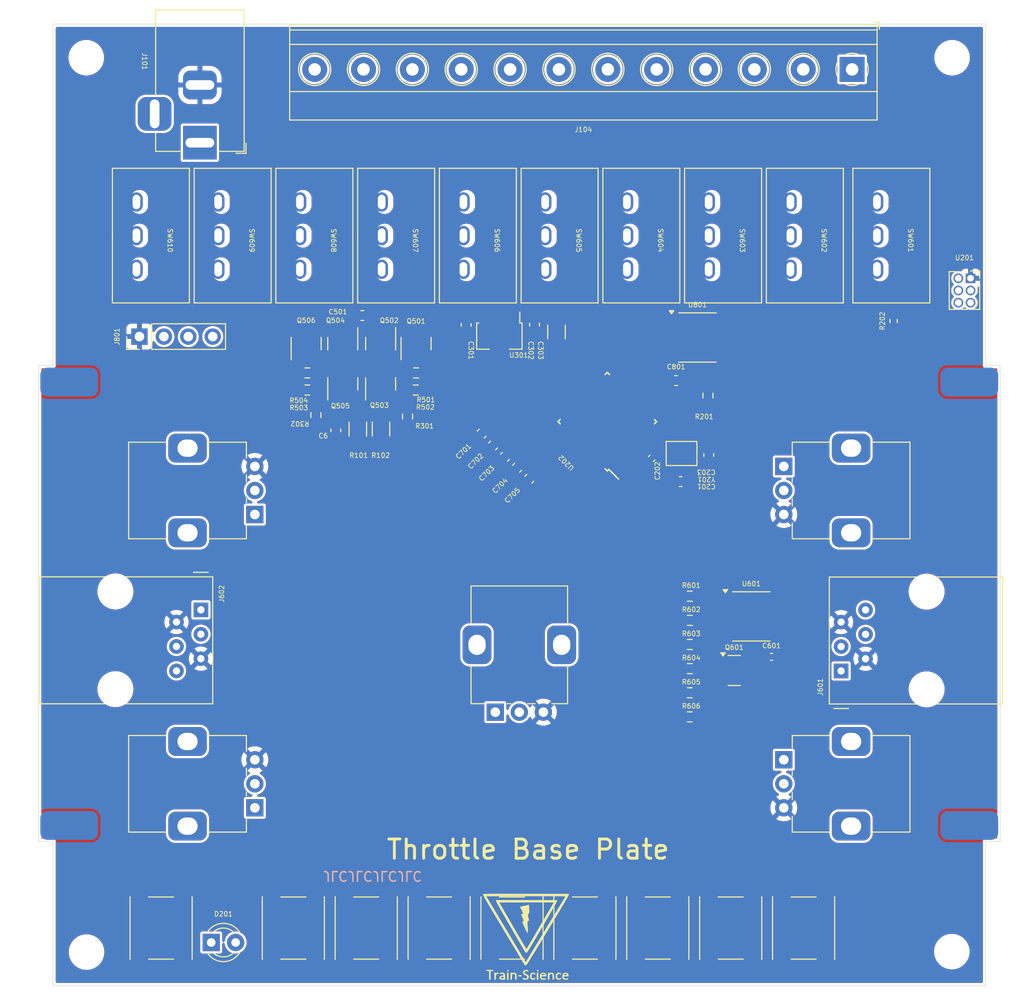
<source format=kicad_pcb>
(kicad_pcb (version 20221018) (generator pcbnew)
  (layers (0 "F.Cu" signal) (31 "B.Cu" signal) (34 "B.Paste" user) (35 "F.Paste" user) (36 "B.SilkS" user "B.Silkscreen") (37 "F.SilkS" user "F.Silkscreen") (38 "B.Mask" user) (39 "F.Mask" user) (44 "Edge.Cuts" user))
  (net 0 "")
  (net 1 "GND")
  (net 2 "+5V")
  (net 3 "Net-(D201-A)")
  (net 5 "Net-(Q501-B)")
  (net 6 "Net-(Q501-C)")
  (net 7 "Net-(Q504-G)")
  (net 8 "Net-(Q506-B)")
  (net 9 "/atmega/X1")
  (net 10 "/atmega/X2")
  (net 11 "+12V")
  (net 12 "/atmega/LED")
  (net 13 "/Potentiometers/POT1")
  (net 14 "/Potentiometers/POT2")
  (net 15 "/H-bridge/CurrentSense")
  (net 16 "/atmega/reset")
  (net 17 "/H-bridge/IN_A")
  (net 18 "/H-bridge/IN_B")
  (net 19 "/atmega/MISO")
  (net 20 "/Potentiometers/POT3")
  (net 21 "/Potentiometers/POT4")
  (net 22 "/Potentiometers/POT5")
  (net 23 "Net-(J104-Pin_1)")
  (net 24 "Net-(J104-Pin_2)")
  (net 25 "Net-(J104-Pin_3)")
  (net 26 "Net-(J104-Pin_4)")
  (net 27 "Net-(J104-Pin_5)")
  (net 28 "Net-(J104-Pin_6)")
  (net 29 "Net-(J104-Pin_7)")
  (net 30 "Net-(J104-Pin_8)")
  (net 31 "Net-(J104-Pin_9)")
  (net 32 "Net-(J104-Pin_10)")
  (net 33 "Net-(J601-Pad1)")
  (net 34 "/trackFront")
  (net 35 "/trackRear")
  (net 36 "Net-(Q601-C)")
  (net 37 "Net-(J601-Pad6)")
  (net 38 "/EEPROM/SDA")
  (net 39 "/EEPROM/SCL")
  (net 40 "Net-(Q601-B)")
  (net 41 "Net-(U601-+)")
  (net 42 "Net-(U601--)")
  (net 43 "/Lnet/Tx")
  (net 44 "/Lnet/Rx")
  (net 55 "/atmega/slot1")
  (net 56 "/atmega/slot2")
  (net 57 "/atmega/slot3")
  (net 58 "/atmega/slot4")
  (net 59 "/atmega/slot5")
  (net 60 "/atmega/slot6")
  (net 61 "/atmega/slot7")
  (net 62 "/atmega/slot8")
  (footprint "Package_SO:SOP-8_3.9x4.9mm_P1.27mm" (layer "F.Cu") (at 162.625 94.595)
    (fp_text reference "U601" (at 0 -3.4 unlocked) (layer "F.SilkS") (effects (font (size 0.5 0.5) (thickness 0.075))))
    (fp_text value "LM311")
    (pad "1" smd roundrect (at -2.625 -1.905) (size 1.65 0.6) (layers "F.Cu" "F.Paste" "F.Mask") (net 1 "GND"))
    (pad "2" smd roundrect (at -2.625 -0.635) (size 1.65 0.6) (layers "F.Cu" "F.Paste" "F.Mask") (net 41 "Net-(U601-+)"))
    (pad "3" smd roundrect (at -2.625 0.635) (size 1.65 0.6) (layers "F.Cu" "F.Paste" "F.Mask") (net 42 "Net-(U601--)"))
    (pad "4" smd roundrect (at -2.625 1.905) (size 1.65 0.6) (layers "F.Cu" "F.Paste" "F.Mask") (net 1 "GND"))
    (pad "5" smd roundrect (at 2.625 1.905) (size 1.65 0.6) (layers "F.Cu" "F.Paste" "F.Mask"))
    (pad "6" smd roundrect (at 2.625 0.635) (size 1.65 0.6) (layers "F.Cu" "F.Paste" "F.Mask"))
    (pad "7" smd roundrect (at 2.625 -0.635) (size 1.65 0.6) (layers "F.Cu" "F.Paste" "F.Mask") (net 44 "/Lnet/Rx"))
    (pad "8" smd roundrect (at 2.625 -1.905) (size 1.65 0.6) (layers "F.Cu" "F.Paste" "F.Mask") (net 2 "+5V"))
  )
  (footprint "custom_kicad_lib_sk:crystal_arduino" (layer "F.Cu") (at 155.369268 77.654324)
    (fp_text reference "Y201" (at 2.574 2.699 180 unlocked) (layer "F.SilkS") (effects (font (size 0.5 0.5) (thickness 0.075))))
    (fp_text value "Crystal_GND2")
    (pad "1" smd roundrect (at -1.1 0.95) (size 1.4 1.2) (layers "F.Cu" "F.Paste" "F.Mask") (net 9 "/atmega/X1"))
    (pad "2" smd roundrect (at 1.1 0.95) (size 1.4 1.2) (layers "F.Cu" "F.Paste" "F.Mask") (net 1 "GND"))
    (pad "3" smd roundrect (at 1.1 -0.95) (size 1.4 1.2) (layers "F.Cu" "F.Paste" "F.Mask") (net 10 "/atmega/X2"))
    (pad "4" smd roundrect (at -1.1 -0.95) (size 1.4 1.2) (layers "F.Cu" "F.Paste" "F.Mask") (net 1 "GND"))
  )
  (footprint "Capacitor_SMD:C_0603_1608Metric" (layer "F.Cu") (at 137 78 -135)
    (fp_text reference "C703" (at 2.564676 0.118087 45 unlocked) (layer "F.SilkS") (effects (font (size 0.5 0.5) (thickness 0.075))))
    (fp_text value "100nF")
    (pad "1" smd roundrect (at -0.775 0 225) (size 0.9 0.95) (layers "F.Cu" "F.Paste" "F.Mask") (net 20 "/Potentiometers/POT3"))
    (pad "2" smd roundrect (at 0.775 0 225) (size 0.9 0.95) (layers "F.Cu" "F.Paste" "F.Mask") (net 1 "GND"))
  )
  (footprint "custom_kicad_lib_sk:Potentiometer_Alps_RK09K_Single_Vertical" (layer "F.Cu") (at 111 114.5 180)
    (fp_text reference "RV704" hide)
    (fp_text value "R_Potentiometer" hide)
    (pad "1" thru_hole rect (at 0 0 180) (size 1.8 1.8) (drill 1) (layers "*.Cu" "*.Mask") (net 2 "+5V"))
    (pad "2" thru_hole circle (at 0 2.5 180) (size 1.8 1.8) (drill 1) (layers "*.Cu" "*.Mask") (net 21 "/Potentiometers/POT4"))
    (pad "3" thru_hole circle (at 0 5 180) (size 1.8 1.8) (drill 1) (layers "*.Cu" "*.Mask") (net 1 "GND"))
    (pad "MP" thru_hole roundrect (at 7 -1.9 180) (size 4 3) (drill oval 2.1 1.8) (layers "*.Cu" "*.Mask"))
    (pad "MP" thru_hole roundrect (at 7 6.9 180) (size 4 3) (drill oval 2.1 1.8) (layers "*.Cu" "*.Mask"))
  )
  (footprint "custom_kicad_lib_sk:MTS_long_lever" (layer "F.Cu") (at 178.688 55.5 -90)
    (fp_text reference "SW601" (at 0 -0.5 -90 unlocked) (layer "F.SilkS") (effects (font (size 0.5 0.5) (thickness 0.075))))
    (fp_text value "SW_SPDT")
    (pad "1" thru_hole oval (at -4 3 270) (size 2 1.3) (drill oval 1.5 0.8) (layers "*.Cu" "*.Mask") (net 23 "Net-(J104-Pin_1)"))
    (pad "2" thru_hole oval (at -0.5 3 270) (size 2 1.3) (drill oval 1.5 0.8) (layers "*.Cu" "*.Mask") (net 34 "/trackFront"))
    (pad "3" thru_hole oval (at 3 3 270) (size 2 1.3) (drill oval 1.5 0.8) (layers "*.Cu" "*.Mask"))
  )
  (footprint "Capacitor_SMD:C_0603_1608Metric" (layer "F.Cu") (at 154.805 70.075)
    (fp_text reference "C801" (at 0 -1.43 unlocked) (layer "F.SilkS") (effects (font (size 0.5 0.5) (thickness 0.075))))
    (fp_text value "100nF")
    (pad "1" smd roundrect (at -0.775 0) (size 0.9 0.95) (layers "F.Cu" "F.Paste" "F.Mask") (net 1 "GND"))
    (pad "2" smd roundrect (at 0.775 0) (size 0.9 0.95) (layers "F.Cu" "F.Paste" "F.Mask") (net 2 "+5V"))
  )
  (footprint "Capacitor_SMD:C_0603_1608Metric" (layer "F.Cu") (at 119.42 75.2465 -90)
    (fp_text reference "C6" (at 0.5725 1.31 unlocked) (layer "F.SilkS") (effects (font (size 0.5 0.5) (thickness 0.075))))
    (fp_text value "100nF")
    (pad "1" smd roundrect (at -0.775 0 270) (size 0.9 0.95) (layers "F.Cu" "F.Paste" "F.Mask") (net 15 "/H-bridge/CurrentSense"))
    (pad "2" smd roundrect (at 0.775 0 270) (size 0.9 0.95) (layers "F.Cu" "F.Paste" "F.Mask") (net 1 "GND"))
  )
  (footprint "Package_QFP:TQFP-32_7x7mm_P0.8mm" (layer "F.Cu") (at 147.646268 74.343324 135)
    (fp_text reference "U202" (at 0 -6.05 135 unlocked) (layer "F.SilkS") (effects (font (size 0.5 0.5) (thickness 0.075))))
    (fp_text value "ATmega328-A")
    (pad "1" smd rect (at -4.25 -2.8 135) (size 1.6 0.55) (layers "F.Cu" "F.Paste" "F.Mask") (net 58 "/atmega/slot4"))
    (pad "2" smd rect (at -4.25 -2 135) (size 1.6 0.55) (layers "F.Cu" "F.Paste" "F.Mask") (net 59 "/atmega/slot5"))
    (pad "3" smd rect (at -4.25 -1.2 135) (size 1.6 0.55) (layers "F.Cu" "F.Paste" "F.Mask") (net 1 "GND"))
    (pad "4" smd rect (at -4.25 -0.4 135) (size 1.6 0.55) (layers "F.Cu" "F.Paste" "F.Mask") (net 2 "+5V"))
    (pad "5" smd rect (at -4.25 0.4 135) (size 1.6 0.55) (layers "F.Cu" "F.Paste" "F.Mask") (net 1 "GND"))
    (pad "6" smd rect (at -4.25 1.2 135) (size 1.6 0.55) (layers "F.Cu" "F.Paste" "F.Mask") (net 2 "+5V"))
    (pad "7" smd rect (at -4.25 2 135) (size 1.6 0.55) (layers "F.Cu" "F.Paste" "F.Mask") (net 9 "/atmega/X1"))
    (pad "8" smd rect (at -4.25 2.8 135) (size 1.6 0.55) (layers "F.Cu" "F.Paste" "F.Mask") (net 10 "/atmega/X2"))
    (pad "9" smd rect (at -2.8 4.25 225) (size 1.6 0.55) (layers "F.Cu" "F.Paste" "F.Mask") (net 60 "/atmega/slot6"))
    (pad "10" smd rect (at -2 4.25 225) (size 1.6 0.55) (layers "F.Cu" "F.Paste" "F.Mask") (net 17 "/H-bridge/IN_A"))
    (pad "11" smd rect (at -1.2 4.25 225) (size 1.6 0.55) (layers "F.Cu" "F.Paste" "F.Mask") (net 18 "/H-bridge/IN_B"))
    (pad "12" smd rect (at -0.4 4.25 225) (size 1.6 0.55) (layers "F.Cu" "F.Paste" "F.Mask") (net 44 "/Lnet/Rx"))
    (pad "13" smd rect (at 0.4 4.25 225) (size 1.6 0.55) (layers "F.Cu" "F.Paste" "F.Mask") (net 43 "/Lnet/Tx"))
    (pad "14" smd rect (at 1.2 4.25 225) (size 1.6 0.55) (layers "F.Cu" "F.Paste" "F.Mask") (net 61 "/atmega/slot7"))
    (pad "15" smd rect (at 2 4.25 225) (size 1.6 0.55) (layers "F.Cu" "F.Paste" "F.Mask") (net 62 "/atmega/slot8"))
    (pad "16" smd rect (at 2.8 4.25 225) (size 1.6 0.55) (layers "F.Cu" "F.Paste" "F.Mask") (net 19 "/atmega/MISO"))
    (pad "17" smd rect (at 4.25 2.8 135) (size 1.6 0.55) (layers "F.Cu" "F.Paste" "F.Mask") (net 12 "/atmega/LED"))
    (pad "18" smd rect (at 4.25 2 135) (size 1.6 0.55) (layers "F.Cu" "F.Paste" "F.Mask") (net 2 "+5V"))
    (pad "19" smd rect (at 4.25 1.2 135) (size 1.6 0.55) (layers "F.Cu" "F.Paste" "F.Mask") (net 22 "/Potentiometers/POT5"))
    (pad "20" smd rect (at 4.25 0.4 135) (size 1.6 0.55) (layers "F.Cu" "F.Paste" "F.Mask"))
    (pad "21" smd rect (at 4.25 -0.4 135) (size 1.6 0.55) (layers "F.Cu" "F.Paste" "F.Mask") (net 1 "GND"))
    (pad "22" smd rect (at 4.25 -1.2 135) (size 1.6 0.55) (layers "F.Cu" "F.Paste" "F.Mask") (net 15 "/H-bridge/CurrentSense"))
    (pad "23" smd rect (at 4.25 -2 135) (size 1.6 0.55) (layers "F.Cu" "F.Paste" "F.Mask") (net 13 "/Potentiometers/POT1"))
    (pad "24" smd rect (at 4.25 -2.8 135) (size 1.6 0.55) (layers "F.Cu" "F.Paste" "F.Mask") (net 14 "/Potentiometers/POT2"))
    (pad "25" smd rect (at 2.8 -4.25 225) (size 1.6 0.55) (layers "F.Cu" "F.Paste" "F.Mask") (net 20 "/Potentiometers/POT3"))
    (pad "26" smd rect (at 2 -4.25 225) (size 1.6 0.55) (layers "F.Cu" "F.Paste" "F.Mask") (net 21 "/Potentiometers/POT4"))
    (pad "27" smd rect (at 1.2 -4.25 225) (size 1.6 0.55) (layers "F.Cu" "F.Paste" "F.Mask") (net 38 "/EEPROM/SDA"))
    (pad "28" smd rect (at 0.4 -4.25 225) (size 1.6 0.55) (layers "F.Cu" "F.Paste" "F.Mask") (net 39 "/EEPROM/SCL"))
    (pad "29" smd rect (at -0.4 -4.25 225) (size 1.6 0.55) (layers "F.Cu" "F.Paste" "F.Mask") (net 16 "/atmega/reset"))
    (pad "30" smd rect (at -1.2 -4.25 225) (size 1.6 0.55) (layers "F.Cu" "F.Paste" "F.Mask") (net 55 "/atmega/slot1"))
    (pad "31" smd rect (at -2 -4.25 225) (size 1.6 0.55) (layers "F.Cu" "F.Paste" "F.Mask") (net 56 "/atmega/slot2"))
    (pad "32" smd rect (at -2.8 -4.25 225) (size 1.6 0.55) (layers "F.Cu" "F.Paste" "F.Mask") (net 57 "/atmega/slot3"))
  )
  (footprint "custom_kicad_lib_sk:R_0603_smalltext" (layer "F.Cu") (at 156.225 100.025)
    (fp_text reference "R604" (at 0.15 -1.125 unlocked) (layer "F.SilkS") (effects (font (size 0.5 0.5) (thickness 0.075))))
    (fp_text value "22k")
    (pad "1" smd roundrect (at -0.9125 0) (size 0.975 0.95) (layers "F.Cu" "F.Paste" "F.Mask") (net 1 "GND"))
    (pad "2" smd roundrect (at 0.9125 0) (size 0.975 0.95) (layers "F.Cu" "F.Paste" "F.Mask") (net 42 "Net-(U601--)"))
  )
  (footprint "Capacitor_SMD:C_0603_1608Metric" (layer "F.Cu") (at 134.587 75.587 45)
    (fp_text reference "C701" (at -2.654479 -0.028284 45 unlocked) (layer "F.SilkS") (effects (font (size 0.5 0.5) (thickness 0.075))))
    (fp_text value "100nF")
    (pad "1" smd roundrect (at -0.775 0 45) (size 0.9 0.95) (layers "F.Cu" "F.Paste" "F.Mask") (net 1 "GND"))
    (pad "2" smd roundrect (at 0.775 0 45) (size 0.9 0.95) (layers "F.Cu" "F.Paste" "F.Mask") (net 13 "/Potentiometers/POT1"))
  )
  (footprint "custom_kicad_lib_sk:tactile_SMD_6mm" (layer "F.Cu") (at 137.74 127 90)
    (fp_text reference "SW1004" hide)
    (fp_text value "SW_Push")
    (pad "1" smd rect (at -3.975 -2.25 90) (size 1.55 1.3) (layers "F.Cu" "F.Paste" "F.Mask") (net 1 "GND"))
    (pad "1" smd rect (at 3.975 -2.25 90) (size 1.55 1.3) (layers "F.Cu" "F.Paste" "F.Mask") (net 1 "GND"))
    (pad "2" smd rect (at -3.975 2.25 90) (size 1.55 1.3) (layers "F.Cu" "F.Paste" "F.Mask") (net 58 "/atmega/slot4"))
    (pad "2" smd rect (at 3.975 2.25 90) (size 1.55 1.3) (layers "F.Cu" "F.Paste" "F.Mask") (net 58 "/atmega/slot4"))
  )
  (footprint "custom_kicad_lib_sk:R_0603_smalltext" (layer "F.Cu") (at 156.225 95.005)
    (fp_text reference "R602" (at 0.15 -1.125 unlocked) (layer "F.SilkS") (effects (font (size 0.5 0.5) (thickness 0.075))))
    (fp_text value "150k")
    (pad "1" smd roundrect (at -0.9125 0) (size 0.975 0.95) (layers "F.Cu" "F.Paste" "F.Mask") (net 41 "Net-(U601-+)"))
    (pad "2" smd roundrect (at 0.9125 0) (size 0.975 0.95) (layers "F.Cu" "F.Paste" "F.Mask") (net 1 "GND"))
  )
  (footprint "custom_kicad_lib_sk:R_0603_smalltext" (layer "F.Cu") (at 156.225 105.045)
    (fp_text reference "R606" (at 0.15 -1.125 unlocked) (layer "F.SilkS") (effects (font (size 0.5 0.5) (thickness 0.075))))
    (fp_text value "220k")
    (pad "1" smd roundrect (at -0.9125 0) (size 0.975 0.95) (layers "F.Cu" "F.Paste" "F.Mask") (net 41 "Net-(U601-+)"))
    (pad "2" smd roundrect (at 0.9125 0) (size 0.975 0.95) (layers "F.Cu" "F.Paste" "F.Mask") (net 44 "/Lnet/Rx"))
  )
  (footprint "TerminalBlock_Phoenix:TerminalBlock_Phoenix_MKDS-1,5-12-5.08_1x12_P5.08mm_Horizontal" (layer "F.Cu") (at 173.101 37.719 180)
    (fp_text reference "J104" (at 27.94 -6.26 unlocked) (layer "F.SilkS") (effects (font (size 0.5 0.5) (thickness 0.075))))
    (fp_text value "Screw_Terminal_01x12")
    (pad "1" thru_hole rect (at 0 0 180) (size 2.6 2.6) (drill 1.3) (layers "*.Cu" "*.Mask") (net 23 "Net-(J104-Pin_1)"))
    (pad "2" thru_hole circle (at 5.08 0 180) (size 2.6 2.6) (drill 1.3) (layers "*.Cu" "*.Mask") (net 24 "Net-(J104-Pin_2)"))
    (pad "3" thru_hole circle (at 10.16 0 180) (size 2.6 2.6) (drill 1.3) (layers "*.Cu" "*.Mask") (net 25 "Net-(J104-Pin_3)"))
    (pad "4" thru_hole circle (at 15.24 0 180) (size 2.6 2.6) (drill 1.3) (layers "*.Cu" "*.Mask") (net 26 "Net-(J104-Pin_4)"))
    (pad "5" thru_hole circle (at 20.32 0 180) (size 2.6 2.6) (drill 1.3) (layers "*.Cu" "*.Mask") (net 27 "Net-(J104-Pin_5)"))
    (pad "6" thru_hole circle (at 25.4 0 180) (size 2.6 2.6) (drill 1.3) (layers "*.Cu" "*.Mask") (net 28 "Net-(J104-Pin_6)"))
    (pad "7" thru_hole circle (at 30.48 0 180) (size 2.6 2.6) (drill 1.3) (layers "*.Cu" "*.Mask") (net 29 "Net-(J104-Pin_7)"))
    (pad "8" thru_hole circle (at 35.56 0 180) (size 2.6 2.6) (drill 1.3) (layers "*.Cu" "*.Mask") (net 30 "Net-(J104-Pin_8)"))
    (pad "9" thru_hole circle (at 40.64 0 180) (size 2.6 2.6) (drill 1.3) (layers "*.Cu" "*.Mask") (net 31 "Net-(J104-Pin_9)"))
    (pad "10" thru_hole circle (at 45.72 0 180) (size 2.6 2.6) (drill 1.3) (layers "*.Cu" "*.Mask") (net 32 "Net-(J104-Pin_10)"))
    (pad "11" thru_hole circle (at 50.8 0 180) (size 2.6 2.6) (drill 1.3) (layers "*.Cu" "*.Mask") (net 34 "/trackFront"))
    (pad "12" thru_hole circle (at 55.88 0 180) (size 2.6 2.6) (drill 1.3) (layers "*.Cu" "*.Mask") (net 35 "/trackRear"))
  )
  (footprint "custom_kicad_lib_sk:tactile_SMD_6mm" (layer "F.Cu") (at 145.32 127 90)
    (fp_text reference "SW1005" hide)
    (fp_text value "SW_Push")
    (pad "1" smd rect (at -3.975 -2.25 90) (size 1.55 1.3) (layers "F.Cu" "F.Paste" "F.Mask") (net 1 "GND"))
    (pad "1" smd rect (at 3.975 -2.25 90) (size 1.55 1.3) (layers "F.Cu" "F.Paste" "F.Mask") (net 1 "GND"))
    (pad "2" smd rect (at -3.975 2.25 90) (size 1.55 1.3) (layers "F.Cu" "F.Paste" "F.Mask") (net 59 "/atmega/slot5"))
    (pad "2" smd rect (at 3.975 2.25 90) (size 1.55 1.3) (layers "F.Cu" "F.Paste" "F.Mask") (net 59 "/atmega/slot5"))
  )
  (footprint "custom_kicad_lib_sk:Potentiometer_Alps_RK09K_Single_Vertical" (layer "F.Cu") (at 136 104.55 90)
    (fp_text reference "RV701" hide)
    (fp_text value "R_Potentiometer" hide)
    (pad "1" thru_hole rect (at 0 0 90) (size 1.8 1.8) (drill 1) (layers "*.Cu" "*.Mask") (net 2 "+5V"))
    (pad "2" thru_hole circle (at 0 2.5 90) (size 1.8 1.8) (drill 1) (layers "*.Cu" "*.Mask") (net 13 "/Potentiometers/POT1"))
    (pad "3" thru_hole circle (at 0 5 90) (size 1.8 1.8) (drill 1) (layers "*.Cu" "*.Mask") (net 1 "GND"))
    (pad "MP" thru_hole roundrect (at 7 -1.9 90) (size 4 3) (drill oval 2.1 1.8) (layers "*.Cu" "*.Mask"))
    (pad "MP" thru_hole roundrect (at 7 6.9 90) (size 4 3) (drill oval 2.1 1.8) (layers "*.Cu" "*.Mask"))
  )
  (footprint "custom_kicad_lib_sk:tactile_SMD_6mm" (layer "F.Cu") (at 115 127 90)
    (fp_text reference "SW1001" hide)
    (fp_text value "SW_Push")
    (pad "1" smd rect (at -3.975 -2.25 90) (size 1.55 1.3) (layers "F.Cu" "F.Paste" "F.Mask") (net 1 "GND"))
    (pad "1" smd rect (at 3.975 -2.25 90) (size 1.55 1.3) (layers "F.Cu" "F.Paste" "F.Mask") (net 1 "GND"))
    (pad "2" smd rect (at -3.975 2.25 90) (size 1.55 1.3) (layers "F.Cu" "F.Paste" "F.Mask") (net 55 "/atmega/slot1"))
    (pad "2" smd rect (at 3.975 2.25 90) (size 1.55 1.3) (layers "F.Cu" "F.Paste" "F.Mask") (net 55 "/atmega/slot1"))
  )
  (footprint "custom_kicad_lib_sk:MTS_long_lever" (layer "F.Cu") (at 144.188 55.5 -90)
    (fp_text reference "SW605" (at 0 -0.5 -90 unlocked) (layer "F.SilkS") (effects (font (size 0.5 0.5) (thickness 0.075))))
    (fp_text value "SW_SPDT")
    (pad "1" thru_hole oval (at -4 3 270) (size 2 1.3) (drill oval 1.5 0.8) (layers "*.Cu" "*.Mask") (net 27 "Net-(J104-Pin_5)"))
    (pad "2" thru_hole oval (at -0.5 3 270) (size 2 1.3) (drill oval 1.5 0.8) (layers "*.Cu" "*.Mask") (net 34 "/trackFront"))
    (pad "3" thru_hole oval (at 3 3 270) (size 2 1.3) (drill oval 1.5 0.8) (layers "*.Cu" "*.Mask"))
  )
  (footprint "custom_kicad_lib_sk:R_0603_smalltext" (layer "F.Cu") (at 116.459 71.0565)
    (fp_text reference "R503" (at -0.889 1.8415 unlocked) (layer "F.SilkS") (effects (font (size 0.5 0.5) (thickness 0.075))))
    (fp_text value "10k")
    (pad "1" smd roundrect (at -0.9125 0) (size 0.975 0.95) (layers "F.Cu" "F.Paste" "F.Mask") (net 11 "+12V"))
    (pad "2" smd roundrect (at 0.9125 0) (size 0.975 0.95) (layers "F.Cu" "F.Paste" "F.Mask") (net 7 "Net-(Q504-G)"))
  )
  (footprint "Package_TO_SOT_SMD:SOT-89-3" (layer "F.Cu") (at 136.422 65.45 -90)
    (fp_text reference "U301" (at 1.987 -2.008 unlocked) (layer "F.SilkS") (effects (font (size 0.5 0.5) (thickness 0.075))))
    (fp_text value "L78L05_SOT89")
    (pad "1" smd rect (at -1.95 -1.5 270) (size 1.3 0.9) (layers "F.Cu" "F.Paste" "F.Mask") (net 2 "+5V"))
    (pad "2" smd custom (at -1.8625 0 270) (size 1.475 0.9) (layers "F.Cu" "F.Paste" "F.Mask") (net 1 "GND") (options (clearance outline) (anchor rect)) (primitives (gr_poly (pts (xy 3.8625 0.8665) (xy 0.7375 0.8665) (xy 0.7375 -0.8665) (xy 3.8625 -0.8665)) (width 0) (fill yes))))
    (pad "3" smd rect (at -1.95 1.5 270) (size 1.3 0.9) (layers "F.Cu" "F.Paste" "F.Mask") (net 11 "+12V"))
  )
  (footprint "custom_kicad_lib_sk:R_0603_smalltext" (layer "F.Cu") (at 127.762 69.2785 180)
    (fp_text reference "R501" (at -1.016 -2.794 unlocked) (layer "F.SilkS") (effects (font (size 0.5 0.5) (thickness 0.075))))
    (fp_text value "1k")
    (pad "1" smd roundrect (at -0.9125 0 180) (size 0.975 0.95) (layers "F.Cu" "F.Paste" "F.Mask") (net 17 "/H-bridge/IN_A"))
    (pad "2" smd roundrect (at 0.9125 0 180) (size 0.975 0.95) (layers "F.Cu" "F.Paste" "F.Mask") (net 5 "Net-(Q501-B)"))
  )
  (footprint "custom_kicad_lib_sk:R_0603_smalltext" (layer "F.Cu") (at 156.225 92.495)
    (fp_text reference "R601" (at 0.15 -1.125 unlocked) (layer "F.SilkS") (effects (font (size 0.5 0.5) (thickness 0.075))))
    (fp_text value "47k")
    (pad "1" smd roundrect (at -0.9125 0) (size 0.975 0.95) (layers "F.Cu" "F.Paste" "F.Mask") (net 36 "Net-(Q601-C)"))
    (pad "2" smd roundrect (at 0.9125 0) (size 0.975 0.95) (layers "F.Cu" "F.Paste" "F.Mask") (net 41 "Net-(U601-+)"))
  )
  (footprint "Capacitor_SMD:C_0603_1608Metric_Pad1.08x0.95mm_HandSolder" (layer "F.Cu") (at 140.081 64.262 -90)
    (fp_text reference "C302" (at 2.667 0.381 -90 unlocked) (layer "F.SilkS") (effects (font (size 0.5 0.5) (thickness 0.075))))
    (fp_text value "100nF")
    (pad "1" smd roundrect (at -0.8625 0 270) (size 1.075 0.95) (layers "F.Cu" "F.Paste" "F.Mask") (net 2 "+5V"))
    (pad "2" smd roundrect (at 0.8625 0 270) (size 1.075 0.95) (layers "F.Cu" "F.Paste" "F.Mask") (net 1 "GND"))
  )
  (footprint "Capacitor_SMD:C_0603_1608Metric" (layer "F.Cu") (at 139.54 80.286 -135)
    (fp_text reference "C705" (at 2.474874 0.028284 45 unlocked) (layer "F.SilkS") (effects (font (size 0.5 0.5) (thickness 0.075))))
    (fp_text value "100nF")
    (pad "1" smd roundrect (at -0.775 0 225) (size 0.9 0.95) (layers "F.Cu" "F.Paste" "F.Mask") (net 22 "/Potentiometers/POT5"))
    (pad "2" smd roundrect (at 0.775 0 225) (size 0.9 0.95) (layers "F.Cu" "F.Paste" "F.Mask") (net 1 "GND"))
  )
  (footprint "custom_kicad_lib_sk:Potentiometer_Alps_RK09K_Single_Vertical" (layer "F.Cu") (at 111 84 180)
    (fp_text reference "RV702" hide)
    (fp_text value "R_Potentiometer" hide)
    (pad "1" thru_hole rect (at 0 0 180) (size 1.8 1.8) (drill 1) (layers "*.Cu" "*.Mask") (net 2 "+5V"))
    (pad "2" thru_hole circle (at 0 2.5 180) (size 1.8 1.8) (drill 1) (layers "*.Cu" "*.Mask") (net 14 "/Potentiometers/POT2"))
    (pad "3" thru_hole circle (at 0 5 180) (size 1.8 1.8) (drill 1) (layers "*.Cu" "*.Mask") (net 1 "GND"))
    (pad "MP" thru_hole roundrect (at 7 -1.9 180) (size 4 3) (drill oval 2.1 1.8) (layers "*.Cu" "*.Mask"))
    (pad "MP" thru_hole roundrect (at 7 6.9 180) (size 4 3) (drill oval 2.1 1.8) (layers "*.Cu" "*.Mask"))
  )
  (footprint "custom_kicad_lib_sk:MTS_long_lever" (layer "F.Cu") (at 110.188 55.5 -90)
    (fp_text reference "SW609" (at 0 -0.5 -90 unlocked) (layer "F.SilkS") (effects (font (size 0.5 0.5) (thickness 0.075))))
    (fp_text value "SW_SPDT")
    (pad "1" thru_hole oval (at -4 3 270) (size 2 1.3) (drill oval 1.5 0.8) (layers "*.Cu" "*.Mask") (net 31 "Net-(J104-Pin_9)"))
    (pad "2" thru_hole oval (at -0.5 3 270) (size 2 1.3) (drill oval 1.5 0.8) (layers "*.Cu" "*.Mask") (net 34 "/trackFront"))
    (pad "3" thru_hole oval (at 3 3 270) (size 2 1.3) (drill oval 1.5 0.8) (layers "*.Cu" "*.Mask"))
  )
  (footprint "Package_TO_SOT_SMD:SOT-23" (layer "F.Cu") (at 120.142 70.4165 90)
    (fp_text reference "Q505" (at -2.291 -0.254 unlocked) (layer "F.SilkS") (effects (font (size 0.5 0.5) (thickness 0.075))))
    (fp_text value "N-channel")
    (pad "1" smd roundrect (at -0.9375 -0.95 90) (size 1.475 0.6) (layers "F.Cu" "F.Paste" "F.Mask") (net 7 "Net-(Q504-G)"))
    (pad "2" smd roundrect (at -0.9375 0.95 90) (size 1.475 0.6) (layers "F.Cu" "F.Paste" "F.Mask") (net 15 "/H-bridge/CurrentSense"))
    (pad "3" smd roundrect (at 0.9375 0 90) (size 1.475 0.6) (layers "F.Cu" "F.Paste" "F.Mask") (net 35 "/trackRear"))
  )
  (footprint "custom_kicad_lib_sk:tactile_SMD_6mm" (layer "F.Cu") (at 130.16 127 90)
    (fp_text reference "SW1003" hide)
    (fp_text value "SW_Push")
    (pad "1" smd rect (at -3.975 -2.25 90) (size 1.55 1.3) (layers "F.Cu" "F.Paste" "F.Mask") (net 1 "GND"))
    (pad "1" smd rect (at 3.975 -2.25 90) (size 1.55 1.3) (layers "F.Cu" "F.Paste" "F.Mask") (net 1 "GND"))
    (pad "2" smd rect (at -3.975 2.25 90) (size 1.55 1.3) (layers "F.Cu" "F.Paste" "F.Mask") (net 57 "/atmega/slot3"))
    (pad "2" smd rect (at 3.975 2.25 90) (size 1.55 1.3) (layers "F.Cu" "F.Paste" "F.Mask") (net 57 "/atmega/slot3"))
  )
  (footprint "" (layer "F.Cu") (at 91.694 70.231)
    (fp_text reference "" (at 0 0 unlocked) (layer "F.SilkS") (effects (font (size 0.5 0.5) (thickness 0.075))))
    (fp_text value "" (at 0 0 unlocked) (layer "F.SilkS") (effects (font (size 0.5 0.5) (thickness 0.075))))
    (pad "1" smd roundrect (at 0 0 180) (size 6 3) (layers "B.Cu" "B.Paste" "B.Mask"))
  )
  (footprint "LED_THT:LED_D3.0mm" (layer "F.Cu") (at 106.46 128.5)
    (fp_text reference "D201" (at 1.27 -2.96 unlocked) (layer "F.SilkS") (effects (font (size 0.5 0.5) (thickness 0.075))))
    (fp_text value "LED")
    (pad "1" thru_hole rect (at 0 0) (size 1.8 1.8) (drill 0.9) (layers "*.Cu" "*.Mask") (net 12 "/atmega/LED"))
    (pad "2" thru_hole circle (at 2.54 0) (size 1.8 1.8) (drill 0.9) (layers "*.Cu" "*.Mask") (net 3 "Net-(D201-A)"))
  )
  (footprint "Package_TO_SOT_SMD:SOT-23" (layer "F.Cu") (at 116.332 66.2305 90)
    (fp_text reference "Q506" (at 2.413 0 unlocked) (layer "F.SilkS") (effects (font (size 0.5 0.5) (thickness 0.075))))
    (fp_text value "NPN_TOR")
    (pad "1" smd roundrect (at -0.9375 -0.95 90) (size 1.475 0.6) (layers "F.Cu" "F.Paste" "F.Mask") (net 8 "Net-(Q506-B)"))
    (pad "2" smd roundrect (at -0.9375 0.95 90) (size 1.475 0.6) (layers "F.Cu" "F.Paste" "F.Mask") (net 1 "GND"))
    (pad "3" smd roundrect (at 0.9375 0 90) (size 1.475 0.6) (layers "F.Cu" "F.Paste" "F.Mask") (net 7 "Net-(Q504-G)"))
  )
  (footprint "custom_kicad_lib_sk:Potentiometer_Alps_RK09K_Single_Vertical" (layer "F.Cu") (at 166 109.5)
    (fp_text reference "RV705" hide)
    (fp_text value "R_Potentiometer" hide)
    (pad "1" thru_hole rect (at 0 0) (size 1.8 1.8) (drill 1) (layers "*.Cu" "*.Mask") (net 2 "+5V"))
    (pad "2" thru_hole circle (at 0 2.5) (size 1.8 1.8) (drill 1) (layers "*.Cu" "*.Mask") (net 22 "/Potentiometers/POT5"))
    (pad "3" thru_hole circle (at 0 5) (size 1.8 1.8) (drill 1) (layers "*.Cu" "*.Mask") (net 1 "GND"))
    (pad "MP" thru_hole roundrect (at 7 -1.9) (size 4 3) (drill oval 2.1 1.8) (layers "*.Cu" "*.Mask"))
    (pad "MP" thru_hole roundrect (at 7 6.9) (size 4 3) (drill oval 2.1 1.8) (layers "*.Cu" "*.Mask"))
  )
  (footprint "custom_kicad_lib_sk:R_0603_smalltext" (layer "F.Cu") (at 156.225 97.515)
    (fp_text reference "R603" (at 0.15 -1.125 unlocked) (layer "F.SilkS") (effects (font (size 0.5 0.5) (thickness 0.075))))
    (fp_text value "10k")
    (pad "1" smd roundrect (at -0.9125 0) (size 0.975 0.95) (layers "F.Cu" "F.Paste" "F.Mask") (net 2 "+5V"))
    (pad "2" smd roundrect (at 0.9125 0) (size 0.975 0.95) (layers "F.Cu" "F.Paste" "F.Mask") (net 42 "Net-(U601--)"))
  )
  (footprint "Capacitor_SMD:C_0603_1608Metric" (layer "F.Cu") (at 155.276268 80.575324 180)
    (fp_text reference "C201" (at -2.667 -0.508 180 unlocked) (layer "F.SilkS") (effects (font (size 0.5 0.5) (thickness 0.075))))
    (fp_text value "12pF")
    (pad "1" smd roundrect (at -0.775 0 180) (size 0.9 0.95) (layers "F.Cu" "F.Paste" "F.Mask") (net 1 "GND"))
    (pad "2" smd roundrect (at 0.775 0 180) (size 0.9 0.95) (layers "F.Cu" "F.Paste" "F.Mask") (net 9 "/atmega/X1"))
  )
  (footprint "custom_kicad_lib_sk:tactile_SMD_6mm" (layer "F.Cu") (at 160.48 127 90)
    (fp_text reference "SW1007" hide)
    (fp_text value "SW_Push")
    (pad "1" smd rect (at -3.975 -2.25 90) (size 1.55 1.3) (layers "F.Cu" "F.Paste" "F.Mask") (net 1 "GND"))
    (pad "1" smd rect (at 3.975 -2.25 90) (size 1.55 1.3) (layers "F.Cu" "F.Paste" "F.Mask") (net 1 "GND"))
    (pad "2" smd rect (at -3.975 2.25 90) (size 1.55 1.3) (layers "F.Cu" "F.Paste" "F.Mask") (net 61 "/atmega/slot7"))
    (pad "2" smd rect (at 3.975 2.25 90) (size 1.55 1.3) (layers "F.Cu" "F.Paste" "F.Mask") (net 61 "/atmega/slot7"))
  )
  (footprint "Package_TO_SOT_SMD:SOT-23" (layer "F.Cu") (at 127.762 66.2305 90)
    (fp_text reference "Q501" (at 2.3345 0 unlocked) (layer "F.SilkS") (effects (font (size 0.5 0.5) (thickness 0.075))))
    (fp_text value "NPN_TOR")
    (pad "1" smd roundrect (at -0.9375 -0.95 90) (size 1.475 0.6) (layers "F.Cu" "F.Paste" "F.Mask") (net 5 "Net-(Q501-B)"))
    (pad "2" smd roundrect (at -0.9375 0.95 90) (size 1.475 0.6) (layers "F.Cu" "F.Paste" "F.Mask") (net 1 "GND"))
    (pad "3" smd roundrect (at 0.9375 0 90) (size 1.475 0.6) (layers "F.Cu" "F.Paste" "F.Mask") (net 6 "Net-(Q501-C)"))
  )
  (footprint "custom_kicad_lib_sk:MTS_long_lever" (layer "F.Cu") (at 118.688 55.5 -90)
    (fp_text reference "SW608" (at 0 -0.5 -90 unlocked) (layer "F.SilkS") (effects (font (size 0.5 0.5) (thickness 0.075))))
    (fp_text value "SW_SPDT")
    (pad "1" thru_hole oval (at -4 3 270) (size 2 1.3) (drill oval 1.5 0.8) (layers "*.Cu" "*.Mask") (net 30 "Net-(J104-Pin_8)"))
    (pad "2" thru_hole oval (at -0.5 3 270) (size 2 1.3) (drill oval 1.5 0.8) (layers "*.Cu" "*.Mask") (net 34 "/trackFront"))
    (pad "3" thru_hole oval (at 3 3 270) (size 2 1.3) (drill oval 1.5 0.8) (layers "*.Cu" "*.Mask"))
  )
  (footprint "Capacitor_SMD:C_0402_1005Metric" (layer "F.Cu") (at 152.269857 78.152735 -135)
    (fp_text reference "C202" (at 0.507829 -1.347038 -270 unlocked) (layer "F.SilkS") (effects (font (size 0.5 0.5) (thickness 0.075))))
    (fp_text value "100nF")
    (pad "1" smd roundrect (at -0.48 0 225) (size 0.56 0.62) (layers "F.Cu" "F.Paste" "F.Mask") (net 2 "+5V"))
    (pad "2" smd roundrect (at 0.48 0 225) (size 0.56 0.62) (layers "F.Cu" "F.Paste" "F.Mask") (net 1 "GND"))
  )
  (footprint "custom_kicad_lib_sk:MTS_long_lever" (layer "F.Cu") (at 127.188 55.5 -90)
    (fp_text reference "SW607" (at 0 -0.5 -90 unlocked) (layer "F.SilkS") (effects (font (size 0.5 0.5) (thickness 0.075))))
    (fp_text value "SW_SPDT")
    (pad "1" thru_hole oval (at -4 3 270) (size 2 1.3) (drill oval 1.5 0.8) (layers "*.Cu" "*.Mask") (net 29 "Net-(J104-Pin_7)"))
    (pad "2" thru_hole oval (at -0.5 3 270) (size 2 1.3) (drill oval 1.5 0.8) (layers "*.Cu" "*.Mask") (net 34 "/trackFront"))
    (pad "3" thru_hole oval (at 3 3 270) (size 2 1.3) (drill oval 1.5 0.8) (layers "*.Cu" "*.Mask"))
  )
  (footprint "custom_kicad_lib_sk:RJ12" (layer "F.Cu") (at 105.39 93.91 -90)
    (fp_text reference "J602" (at -1.67 -2.16 90 unlocked) (layer "F.SilkS") (effects (font (size 0.5 0.5) (thickness 0.075))))
    (fp_text value "RJ12")
    (pad "" np_thru_hole circle (at -1.91 8.89 270) (size 3.25 3.25) (drill 3.25) (layers "*.Cu" "*.Mask"))
    (pad "" np_thru_hole circle (at 8.25 8.89 270) (size 3.25 3.25) (drill 3.25) (layers "*.Cu" "*.Mask"))
    (pad "1" thru_hole rect (at 0 0 270) (size 1.52 1.52) (drill 0.76) (layers "*.Cu" "*.Mask") (net 33 "Net-(J601-Pad1)"))
    (pad "2" thru_hole circle (at 1.27 2.54 270) (size 1.52 1.52) (drill 0.76) (layers "*.Cu" "*.Mask") (net 1 "GND"))
    (pad "3" thru_hole circle (at 2.54 0 270) (size 1.52 1.52) (drill 0.76) (layers "*.Cu" "*.Mask") (net 36 "Net-(Q601-C)"))
    (pad "4" thru_hole circle (at 3.81 2.54 270) (size 1.52 1.52) (drill 0.76) (layers "*.Cu" "*.Mask") (net 36 "Net-(Q601-C)"))
    (pad "5" thru_hole circle (at 5.08 0 270) (size 1.52 1.52) (drill 0.76) (layers "*.Cu" "*.Mask") (net 1 "GND"))
    (pad "6" thru_hole circle (at 6.35 2.54 270) (size 1.52 1.52) (drill 0.76) (layers "*.Cu" "*.Mask") (net 37 "Net-(J601-Pad6)"))
  )
  (footprint "custom_kicad_lib_sk:R_0603_smalltext" (layer "F.Cu") (at 127.7385 71.0565 180)
    (fp_text reference "R502" (at -0.993 -1.778 unlocked) (layer "F.SilkS") (effects (font (size 0.5 0.5) (thickness 0.075))))
    (fp_text value "10k")
    (pad "1" smd roundrect (at -0.9125 0 180) (size 0.975 0.95) (layers "F.Cu" "F.Paste" "F.Mask") (net 11 "+12V"))
    (pad "2" smd roundrect (at 0.9125 0 180) (size 0.975 0.95) (layers "F.Cu" "F.Paste" "F.Mask") (net 6 "Net-(Q501-C)"))
  )
  (footprint "Resistor_SMD:R_0402_1005Metric_Pad0.72x0.64mm_HandSolder" (layer "F.Cu") (at 177.419 63.881 90)
    (fp_text reference "R202" (at 0 -1.17 90 unlocked) (layer "F.SilkS") (effects (font (size 0.5 0.5) (thickness 0.075))))
    (fp_text value "10k")
    (pad "1" smd roundrect (at -0.5975 0 90) (size 0.715 0.64) (layers "F.Cu" "F.Paste" "F.Mask") (net 2 "+5V"))
    (pad "2" smd roundrect (at 0.5975 0 90) (size 0.715 0.64) (layers "F.Cu" "F.Paste" "F.Mask") (net 16 "/atmega/reset"))
  )
  (footprint "custom_kicad_lib_sk:tactile_SMD_6mm" (layer "F.Cu") (at 168.06 127 90)
    (fp_text reference "SW1008" hide)
    (fp_text value "SW_Push")
    (pad "1" smd rect (at -3.975 -2.25 90) (size 1.55 1.3) (layers "F.Cu" "F.Paste" "F.Mask") (net 1 "GND"))
    (pad "1" smd rect (at 3.975 -2.25 90) (size 1.55 1.3) (layers "F.Cu" "F.Paste" "F.Mask") (net 1 "GND"))
    (pad "2" smd rect (at -3.975 2.25 90) (size 1.55 1.3) (layers "F.Cu" "F.Paste" "F.Mask") (net 62 "/atmega/slot8"))
    (pad "2" smd rect (at 3.975 2.25 90) (size 1.55 1.3) (layers "F.Cu" "F.Paste" "F.Mask") (net 62 "/atmega/slot8"))
  )
  (footprint "MountingHole:MountingHole_3.2mm_M3" (layer "F.Cu") (at 183.473 129.45)
    (fp_text reference "REF**" hide)
    (fp_text value "MountingHole_3.2mm_M3")
    (pad "" np_thru_hole circle locked (at 0 0) (size 3.2 3.2) (drill 3.2) (layers "*.Cu" "*.Mask"))
  )
  (footprint "custom_kicad_lib_sk:R_0603_smalltext" (layer "F.Cu") (at 117.348 73.66 -90)
    (fp_text reference "R302" (at 0.889 1.651 -180 unlocked) (layer "F.SilkS") (effects (font (size 0.5 0.5) (thickness 0.075))))
    (fp_text value "15k")
    (pad "1" smd roundrect (at -0.9125 0 270) (size 0.975 0.95) (layers "F.Cu" "F.Paste" "F.Mask") (net 7 "Net-(Q504-G)"))
    (pad "2" smd roundrect (at 0.9125 0 270) (size 0.975 0.95) (layers "F.Cu" "F.Paste" "F.Mask") (net 1 "GND"))
  )
  (footprint "custom_kicad_lib_sk:Potentiometer_Alps_RK09K_Single_Vertical" (layer "F.Cu") (at 166 79)
    (fp_text reference "RV703" hide)
    (fp_text value "R_Potentiometer" hide)
    (pad "1" thru_hole rect (at 0 0) (size 1.8 1.8) (drill 1) (layers "*.Cu" "*.Mask") (net 2 "+5V"))
    (pad "2" thru_hole circle (at 0 2.5) (size 1.8 1.8) (drill 1) (layers "*.Cu" "*.Mask") (net 20 "/Potentiometers/POT3"))
    (pad "3" thru_hole circle (at 0 5) (size 1.8 1.8) (drill 1) (layers "*.Cu" "*.Mask") (net 1 "GND"))
    (pad "MP" thru_hole roundrect (at 7 -1.9) (size 4 3) (drill oval 2.1 1.8) (layers "*.Cu" "*.Mask"))
    (pad "MP" thru_hole roundrect (at 7 6.9) (size 4 3) (drill oval 2.1 1.8) (layers "*.Cu" "*.Mask"))
  )
  (footprint "MountingHole:MountingHole_3.2mm_M3" (layer "F.Cu") (at 183.5 36.5)
    (fp_text reference "REF**" hide)
    (fp_text value "MountingHole_3.2mm_M3")
    (pad "" np_thru_hole circle locked (at 0 0) (size 3.2 3.2) (drill 3.2) (layers "*.Cu" "*.Mask"))
  )
  (footprint "custom_kicad_lib_sk:MTS_long_lever" (layer "F.Cu") (at 152.688 55.5 -90)
    (fp_text reference "SW604" (at 0 -0.5 -90 unlocked) (layer "F.SilkS") (effects (font (size 0.5 0.5) (thickness 0.075))))
    (fp_text value "SW_SPDT")
    (pad "1" thru_hole oval (at -4 3 270) (size 2 1.3) (drill oval 1.5 0.8) (layers "*.Cu" "*.Mask") (net 26 "Net-(J104-Pin_4)"))
    (pad "2" thru_hole oval (at -0.5 3 270) (size 2 1.3) (drill oval 1.5 0.8) (layers "*.Cu" "*.Mask") (net 34 "/trackFront"))
    (pad "3" thru_hole oval (at 3 3 270) (size 2 1.3) (drill oval 1.5 0.8) (layers "*.Cu" "*.Mask"))
  )
  (footprint "Capacitor_SMD:C_0402_1005Metric" (layer "F.Cu") (at 164.725 98.805)
    (fp_text reference "C601" (at 0 -1.16 unlocked) (layer "F.SilkS") (effects (font (size 0.5 0.5) (thickness 0.075))))
    (fp_text value "100nF")
    (pad "1" smd roundrect (at -0.48 0) (size 0.56 0.62) (layers "F.Cu" "F.Paste" "F.Mask") (net 2 "+5V"))
    (pad "2" smd roundrect (at 0.48 0) (size 0.56 0.62) (layers "F.Cu" "F.Paste" "F.Mask") (net 1 "GND"))
  )
  (footprint "custom_kicad_lib_sk:MTS_long_lever" (layer "F.Cu") (at 101.688 55.5 -90)
    (fp_text reference "SW610" (at 0 -0.5 -90 unlocked) (layer "F.SilkS") (effects (font (size 0.5 0.5) (thickness 0.075))))
    (fp_text value "SW_SPDT")
    (pad "1" thru_hole oval (at -4 3 270) (size 2 1.3) (drill oval 1.5 0.8) (layers "*.Cu" "*.Mask") (net 32 "Net-(J104-Pin_10)"))
    (pad "2" thru_hole oval (at -0.5 3 270) (size 2 1.3) (drill oval 1.5 0.8) (layers "*.Cu" "*.Mask") (net 34 "/trackFront"))
    (pad "3" thru_hole oval (at 3 3 270) (size 2 1.3) (drill oval 1.5 0.8) (layers "*.Cu" "*.Mask"))
  )
  (footprint "custom_kicad_lib_sk:tactile_SMD_6mm" (layer "F.Cu") (at 122.58 127 90)
    (fp_text reference "SW1002" hide)
    (fp_text value "SW_Push")
    (pad "1" smd rect (at -3.975 -2.25 90) (size 1.55 1.3) (layers "F.Cu" "F.Paste" "F.Mask") (net 1 "GND"))
    (pad "1" smd rect (at 3.975 -2.25 90) (size 1.55 1.3) (layers "F.Cu" "F.Paste" "F.Mask") (net 1 "GND"))
    (pad "2" smd rect (at -3.975 2.25 90) (size 1.55 1.3) (layers "F.Cu" "F.Paste" "F.Mask") (net 56 "/atmega/slot2"))
    (pad "2" smd rect (at 3.975 2.25 90) (size 1.55 1.3) (layers "F.Cu" "F.Paste" "F.Mask") (net 56 "/atmega/slot2"))
  )
  (footprint "" (layer "F.Cu") (at 91.694 116.332)
    (fp_text reference "" (at 0 0 unlocked) (layer "F.SilkS") (effects (font (size 0.5 0.5) (thickness 0.075))))
    (fp_text value "" (at 0 0 unlocked) (layer "F.SilkS") (effects (font (size 0.5 0.5) (thickness 0.075))))
    (pad "1" smd roundrect (at 0 0 180) (size 6 3) (layers "B.Cu" "B.Paste" "B.Mask"))
  )
  (footprint "custom_kicad_lib_sk:RJ12" (layer "F.Cu") (at 171.96 100.27 90)
    (fp_text reference "J601" (at -1.67 -2.16 90 unlocked) (layer "F.SilkS") (effects (font (size 0.5 0.5) (thickness 0.075))))
    (fp_text value "RJ12")
    (pad "" np_thru_hole circle (at -1.91 8.89 90) (size 3.25 3.25) (drill 3.25) (layers "*.Cu" "*.Mask"))
    (pad "" np_thru_hole circle (at 8.25 8.89 90) (size 3.25 3.25) (drill 3.25) (layers "*.Cu" "*.Mask"))
    (pad "1" thru_hole rect (at 0 0 90) (size 1.52 1.52) (drill 0.76) (layers "*.Cu" "*.Mask") (net 33 "Net-(J601-Pad1)"))
    (pad "2" thru_hole circle (at 1.27 2.54 90) (size 1.52 1.52) (drill 0.76) (layers "*.Cu" "*.Mask") (net 1 "GND"))
    (pad "3" thru_hole circle (at 2.54 0 90) (size 1.52 1.52) (drill 0.76) (layers "*.Cu" "*.Mask") (net 36 "Net-(Q601-C)"))
    (pad "4" thru_hole circle (at 3.81 2.54 90) (size 1.52 1.52) (drill 0.76) (layers "*.Cu" "*.Mask") (net 36 "Net-(Q601-C)"))
    (pad "5" thru_hole circle (at 5.08 0 90) (size 1.52 1.52) (drill 0.76) (layers "*.Cu" "*.Mask") (net 1 "GND"))
    (pad "6" thru_hole circle (at 6.35 2.54 90) (size 1.52 1.52) (drill 0.76) (layers "*.Cu" "*.Mask") (net 37 "Net-(J601-Pad6)"))
  )
  (footprint "custom_kicad_lib_sk:MTS_long_lever" (layer "F.Cu") (at 135.688 55.5 -90)
    (fp_text reference "SW606" (at 0 -0.5 -90 unlocked) (layer "F.SilkS") (effects (font (size 0.5 0.5) (thickness 0.075))))
    (fp_text value "SW_SPDT")
    (pad "1" thru_hole oval (at -4 3 270) (size 2 1.3) (drill oval 1.5 0.8) (layers "*.Cu" "*.Mask") (net 28 "Net-(J104-Pin_6)"))
    (pad "2" thru_hole oval (at -0.5 3 270) (size 2 1.3) (drill oval 1.5 0.8) (layers "*.Cu" "*.Mask") (net 34 "/trackFront"))
    (pad "3" thru_hole oval (at 3 3 270) (size 2 1.3) (drill oval 1.5 0.8) (layers "*.Cu" "*.Mask"))
  )
  (footprint "Connector_BarrelJack:BarrelJack_Horizontal" (layer "F.Cu") (at 105.283 45.339 -90)
    (fp_text reference "J101" (at -8.45 5.75 270 unlocked) (layer "F.SilkS") (effects (font (size 0.5 0.5) (thickness 0.075))))
    (fp_text value "Jack-DC")
    (pad "1" thru_hole rect (at 0 0 270) (size 3.5 3.5) (drill oval 1 3) (layers "*.Cu" "*.Mask") (net 11 "+12V"))
    (pad "2" thru_hole roundrect (at -6 0 270) (size 3 3.5) (drill oval 1 3) (layers "*.Cu" "*.Mask") (net 1 "GND"))
    (pad "3" thru_hole roundrect (at -3 4.7 270) (size 3.5 3.5) (drill oval 3 1) (layers "*.Cu" "*.Mask"))
  )
  (footprint "Resistor_SMD:R_1206_3216Metric" (layer "F.Cu") (at 121.706 75.1195 -90)
    (fp_text reference "R101" (at 2.7315 -0.087 unlocked) (layer "F.SilkS") (effects (font (size 0.5 0.5) (thickness 0.075))))
    (fp_text value "0R1")
    (pad "1" smd roundrect (at -1.4625 0 270) (size 1.125 1.75) (layers "F.Cu" "F.Paste" "F.Mask") (roundrect_rratio 0.222222) (net 15 "/H-bridge/CurrentSense"))
    (pad "2" smd roundrect (at 1.4625 0 270) (size 1.125 1.75) (layers "F.Cu" "F.Paste" "F.Mask") (roundrect_rratio 0.222222) (net 1 "GND"))
  )
  (footprint "custom_kicad_lib_sk:tactile_SMD_6mm" (layer "F.Cu") (at 152.9 127 90)
    (fp_text reference "SW1006" hide)
    (fp_text value "SW_Push")
    (pad "1" smd rect (at -3.975 -2.25 90) (size 1.55 1.3) (layers "F.Cu" "F.Paste" "F.Mask") (net 1 "GND"))
    (pad "1" smd rect (at 3.975 -2.25 90) (size 1.55 1.3) (layers "F.Cu" "F.Paste" "F.Mask") (net 1 "GND"))
    (pad "2" smd rect (at -3.975 2.25 90) (size 1.55 1.3) (layers "F.Cu" "F.Paste" "F.Mask") (net 60 "/atmega/slot6"))
    (pad "2" smd rect (at 3.975 2.25 90) (size 1.55 1.3) (layers "F.Cu" "F.Paste" "F.Mask") (net 60 "/atmega/slot6"))
  )
  (footprint "Capacitor_SMD:C_1206_3216Metric_Pad1.33x1.80mm_HandSolder" (layer "F.Cu") (at 142.367 65.024 -90)
    (fp_text reference "C303" (at 1.905 1.651 -90 unlocked) (layer "F.SilkS") (effects (font (size 0.5 0.5) (thickness 0.075))))
    (fp_text value "100uF")
    (pad "1" smd roundrect (at -1.5625 0 270) (size 1.325 1.8) (layers "F.Cu" "F.Paste" "F.Mask") (roundrect_rratio 0.188679) (net 2 "+5V"))
    (pad "2" smd roundrect (at 1.5625 0 270) (size 1.325 1.8) (layers "F.Cu" "F.Paste" "F.Mask") (roundrect_rratio 0.188679) (net 1 "GND"))
  )
  (footprint "MountingHole:MountingHole_3.2mm_M3" (layer "F.Cu") (at 93.473 36.5)
    (fp_text reference "REF**" hide)
    (fp_text value "MountingHole_3.2mm_M3")
    (pad "" np_thru_hole circle locked (at 0 0) (size 3.2 3.2) (drill 3.2) (layers "*.Cu" "*.Mask"))
  )
  (footprint "custom_kicad_lib_sk:tactile_SMD_6mm" (layer "F.Cu") (at 101.25 127 90)
    (fp_text reference "SW101" hide)
    (fp_text value "SW_Push")
    (pad "1" smd rect (at -3.975 -2.25 90) (size 1.55 1.3) (layers "F.Cu" "F.Paste" "F.Mask") (net 1 "GND"))
    (pad "1" smd rect (at 3.975 -2.25 90) (size 1.55 1.3) (layers "F.Cu" "F.Paste" "F.Mask") (net 1 "GND"))
    (pad "2" smd rect (at -3.975 2.25 90) (size 1.55 1.3) (layers "F.Cu" "F.Paste" "F.Mask") (net 19 "/atmega/MISO"))
    (pad "2" smd rect (at 3.975 2.25 90) (size 1.55 1.3) (layers "F.Cu" "F.Paste" "F.Mask") (net 19 "/atmega/MISO"))
  )
  (footprint "Resistor_SMD:R_1206_3216Metric" (layer "F.Cu") (at 124.119 75.1195 -90)
    (fp_text reference "R102" (at 2.7315 0.04 unlocked) (layer "F.SilkS") (effects (font (size 0.5 0.5) (thickness 0.075))))
    (fp_text value "0R1")
    (pad "1" smd roundrect (at -1.4625 0 270) (size 1.125 1.75) (layers "F.Cu" "F.Paste" "F.Mask") (roundrect_rratio 0.222222) (net 15 "/H-bridge/CurrentSense"))
    (pad "2" smd roundrect (at 1.4625 0 270) (size 1.125 1.75) (layers "F.Cu" "F.Paste" "F.Mask") (roundrect_rratio 0.222222) (net 1 "GND"))
  )
  (footprint "Package_SO:SOIC-8_3.9x4.9mm_P1.27mm" (layer "F.Cu") (at 157.025 65.595)
    (fp_text reference "U801" (at 0 -3.4 unlocked) (layer "F.SilkS") (effects (font (size 0.5 0.5) (thickness 0.075))))
    (fp_text value "24LC256")
    (pad "1" smd roundrect (at -2.475 -1.905) (size 1.95 0.6) (layers "F.Cu" "F.Paste" "F.Mask") (net 1 "GND"))
    (pad "2" smd roundrect (at -2.475 -0.635) (size 1.95 0.6) (layers "F.Cu" "F.Paste" "F.Mask") (net 1 "GND"))
    (pad "3" smd roundrect (at -2.475 0.635) (size 1.95 0.6) (layers "F.Cu" "F.Paste" "F.Mask") (net 1 "GND"))
    (pad "4" smd roundrect (at -2.475 1.905) (size 1.95 0.6) (layers "F.Cu" "F.Paste" "F.Mask") (net 1 "GND"))
    (pad "5" smd roundrect (at 2.475 1.905) (size 1.95 0.6) (layers "F.Cu" "F.Paste" "F.Mask") (net 38 "/EEPROM/SDA"))
    (pad "6" smd roundrect (at 2.475 0.635) (size 1.95 0.6) (layers "F.Cu" "F.Paste" "F.Mask") (net 39 "/EEPROM/SCL"))
    (pad "7" smd roundrect (at 2.475 -0.635) (size 1.95 0.6) (layers "F.Cu" "F.Paste" "F.Mask") (net 1 "GND"))
    (pad "8" smd roundrect (at 2.475 -1.905) (size 1.95 0.6) (layers "F.Cu" "F.Paste" "F.Mask") (net 2 "+5V"))
  )
  (footprint "Connector_PinSocket_1.27mm:PinSocket_2x03_P1.27mm_Vertical" (layer "F.Cu") (at 185.42 59.436)
    (fp_text reference "U201" (at -0.635 -2.135 unlocked) (layer "F.SilkS") (effects (font (size 0.5 0.5) (thickness 0.075))))
    (fp_text value "HEADER_3x2")
    (pad "1" thru_hole rect (at 0 0) (size 1 1) (drill 0.7) (layers "*.Cu" "*.Mask") (net 1 "GND"))
    (pad "2" thru_hole oval (at -1.27 0) (size 1 1) (drill 0.7) (layers "*.Cu" "*.Mask") (net 16 "/atmega/reset"))
    (pad "3" thru_hole oval (at 0 1.27) (size 1 1) (drill 0.7) (layers "*.Cu" "*.Mask") (net 62 "/atmega/slot8"))
    (pad "4" thru_hole oval (at -1.27 1.27) (size 1 1) (drill 0.7) (layers "*.Cu" "*.Mask") (net 12 "/atmega/LED"))
    (pad "5" thru_hole oval (at 0 2.54) (size 1 1) (drill 0.7) (layers "*.Cu" "*.Mask") (net 2 "+5V"))
    (pad "6" thru_hole oval (at -1.27 2.54) (size 1 1) (drill 0.7) (layers "*.Cu" "*.Mask") (net 19 "/atmega/MISO"))
  )
  (footprint "custom_kicad_lib_sk:R_0603_smalltext" (layer "F.Cu") (at 116.459 69.2785 180)
    (fp_text reference "R504" (at 0.889 -2.8575 unlocked) (layer "F.SilkS") (effects (font (size 0.5 0.5) (thickness 0.075))))
    (fp_text value "1k")
    (pad "1" smd roundrect (at -0.9125 0 180) (size 0.975 0.95) (layers "F.Cu" "F.Paste" "F.Mask") (net 8 "Net-(Q506-B)"))
    (pad "2" smd roundrect (at 0.9125 0 180) (size 0.975 0.95) (layers "F.Cu" "F.Paste" "F.Mask") (net 18 "/H-bridge/IN_B"))
  )
  (footprint "Resistor_SMD:R_0603_1608Metric_Pad0.98x0.95mm_HandSolder" (layer "F.Cu") (at 158.115 71.628 90)
    (fp_text reference "R201" (at -2.1995 -0.393 unlocked) (layer "F.SilkS") (effects (font (size 0.5 0.5) (thickness 0.075))))
    (fp_text value "6k2")
    (pad "1" smd roundrect (at -0.9125 0 90) (size 0.975 0.95) (layers "F.Cu" "F.Paste" "F.Mask") (net 2 "+5V"))
    (pad "2" smd roundrect (at 0.9125 0 90) (size 0.975 0.95) (layers "F.Cu" "F.Paste" "F.Mask") (net 3 "Net-(D201-A)"))
  )
  (footprint "custom_kicad_lib_sk:MTS_long_lever" (layer "F.Cu") (at 169.688 55.5 -90)
    (fp_text reference "SW602" (at 0 -0.5 -90 unlocked) (layer "F.SilkS") (effects (font (size 0.5 0.5) (thickness 0.075))))
    (fp_text value "SW_SPDT")
    (pad "1" thru_hole oval (at -4 3 270) (size 2 1.3) (drill oval 1.5 0.8) (layers "*.Cu" "*.Mask") (net 24 "Net-(J104-Pin_2)"))
    (pad "2" thru_hole oval (at -0.5 3 270) (size 2 1.3) (drill oval 1.5 0.8) (layers "*.Cu" "*.Mask") (net 34 "/trackFront"))
    (pad "3" thru_hole oval (at 3 3 270) (size 2 1.3) (drill oval 1.5 0.8) (layers "*.Cu" "*.Mask"))
  )
  (footprint "custom_kicad_lib_sk:MTS_long_lever" (layer "F.Cu") (at 161.188 55.5 -90)
    (fp_text reference "SW603" (at 0 -0.5 -90 unlocked) (layer "F.SilkS") (effects (font (size 0.5 0.5) (thickness 0.075))))
    (fp_text value "SW_SPDT")
    (pad "1" thru_hole oval (at -4 3 270) (size 2 1.3) (drill oval 1.5 0.8) (layers "*.Cu" "*.Mask") (net 25 "Net-(J104-Pin_3)"))
    (pad "2" thru_hole oval (at -0.5 3 270) (size 2 1.3) (drill oval 1.5 0.8) (layers "*.Cu" "*.Mask") (net 34 "/trackFront"))
    (pad "3" thru_hole oval (at 3 3 270) (size 2 1.3) (drill oval 1.5 0.8) (layers "*.Cu" "*.Mask"))
  )
  (footprint "Capacitor_SMD:C_0603_1608Metric_Pad1.08x0.95mm_HandSolder" (layer "F.Cu") (at 132.969 64.2885 -90)
    (fp_text reference "C301" (at 2.6405 -0.508 -90 unlocked) (layer "F.SilkS") (effects (font (size 0.5 0.5) (thickness 0.075))))
    (fp_text value "330nF")
    (pad "1" smd roundrect (at -0.8625 0 270) (size 1.075 0.95) (layers "F.Cu" "F.Paste" "F.Mask") (net 11 "+12V"))
    (pad "2" smd roundrect (at 0.8625 0 270) (size 1.075 0.95) (layers "F.Cu" "F.Paste" "F.Mask") (net 1 "GND"))
  )
  (footprint "custom_kicad_lib_sk:R_0603_smalltext" (layer "F.Cu") (at 126.873 73.8105 90)
    (fp_text reference "R301" (at -0.9925 1.778 unlocked) (layer "F.SilkS") (effects (font (size 0.5 0.5) (thickness 0.075))))
    (fp_text value "15k")
    (pad "1" smd roundrect (at -0.9125 0 90) (size 0.975 0.95) (layers "F.Cu" "F.Paste" "F.Mask") (net 1 "GND"))
    (pad "2" smd roundrect (at 0.9125 0 90) (size 0.975 0.95) (layers "F.Cu" "F.Paste" "F.Mask") (net 6 "Net-(Q501-C)"))
  )
  (footprint "custom_kicad_lib_sk:Train-Science logo small" (layer "F.Cu") (at 139.25 128)
    (fp_text reference "G***" hide)
    (fp_text value "LOGO" hide)
  )
  (footprint "Connector_PinHeader_2.54mm:PinHeader_1x04_P2.54mm_Vertical" (layer "F.Cu") (at 99 65.5 90)
    (fp_text reference "J801" (at 0 -2.33 90 unlocked) (layer "F.SilkS") (effects (font (size 0.5 0.5) (thickness 0.075))))
    (fp_text value "Conn_01x04")
    (pad "1" thru_hole rect (at 0 0 90) (size 1.7 1.7) (drill 1) (layers "*.Cu" "*.Mask") (net 1 "GND"))
    (pad "2" thru_hole oval (at 0 2.54 90) (size 1.7 1.7) (drill 1) (layers "*.Cu" "*.Mask") (net 2 "+5V"))
    (pad "3" thru_hole oval (at 0 5.08 90) (size 1.7 1.7) (drill 1) (layers "*.Cu" "*.Mask") (net 38 "/EEPROM/SDA"))
    (pad "4" thru_hole oval (at 0 7.62 90) (size 1.7 1.7) (drill 1) (layers "*.Cu" "*.Mask") (net 39 "/EEPROM/SCL"))
  )
  (footprint "custom_kicad_lib_sk:R_0603_smalltext" (layer "F.Cu") (at 156.225 102.535)
    (fp_text reference "R605" (at 0.15 -1.125 unlocked) (layer "F.SilkS") (effects (font (size 0.5 0.5) (thickness 0.075))))
    (fp_text value "1k")
    (pad "1" smd roundrect (at -0.9125 0) (size 0.975 0.95) (layers "F.Cu" "F.Paste" "F.Mask") (net 40 "Net-(Q601-B)"))
    (pad "2" smd roundrect (at 0.9125 0) (size 0.975 0.95) (layers "F.Cu" "F.Paste" "F.Mask") (net 43 "/Lnet/Tx"))
  )
  (footprint "Package_TO_SOT_SMD:SOT-23" (layer "F.Cu") (at 120.142 66.2305 -90)
    (fp_text reference "Q504" (at -2.413 0.762 unlocked) (layer "F.SilkS") (effects (font (size 0.5 0.5) (thickness 0.075))))
    (fp_text value "P-channel")
    (pad "1" smd roundrect (at -0.9375 -0.95 270) (size 1.475 0.6) (layers "F.Cu" "F.Paste" "F.Mask") (net 7 "Net-(Q504-G)"))
    (pad "2" smd roundrect (at -0.9375 0.95 270) (size 1.475 0.6) (layers "F.Cu" "F.Paste" "F.Mask") (net 11 "+12V"))
    (pad "3" smd roundrect (at 0.9375 0 270) (size 1.475 0.6) (layers "F.Cu" "F.Paste" "F.Mask") (net 35 "/trackRear"))
  )
  (footprint "Package_TO_SOT_SMD:SOT-23" (layer "F.Cu") (at 124.079 66.2305 -90)
    (fp_text reference "Q502" (at -2.413 -0.889 unlocked) (layer "F.SilkS") (effects (font (size 0.5 0.5) (thickness 0.075))))
    (fp_text value "P-channel")
    (pad "1" smd roundrect (at -0.9375 -0.95 270) (size 1.475 0.6) (layers "F.Cu" "F.Paste" "F.Mask") (net 6 "Net-(Q501-C)"))
    (pad "2" smd roundrect (at -0.9375 0.95 270) (size 1.475 0.6) (layers "F.Cu" "F.Paste" "F.Mask") (net 11 "+12V"))
    (pad "3" smd roundrect (at 0.9375 0 270) (size 1.475 0.6) (layers "F.Cu" "F.Paste" "F.Mask") (net 34 "/trackFront"))
  )
  (footprint "Capacitor_SMD:C_0603_1608Metric" (layer "F.Cu") (at 138.27 79.143 -135)
    (fp_text reference "C704" (at 2.564676 -0.061518 45 unlocked) (layer "F.SilkS") (effects (font (size 0.5 0.5) (thickness 0.075))))
    (fp_text value "100nF")
    (pad "1" smd roundrect (at -0.775 0 225) (size 0.9 0.95) (layers "F.Cu" "F.Paste" "F.Mask") (net 21 "/Potentiometers/POT4"))
    (pad "2" smd roundrect (at 0.775 0 225) (size 0.9 0.95) (layers "F.Cu" "F.Paste" "F.Mask") (net 1 "GND"))
  )
  (footprint "" (layer "F.Cu") (at 185.293 70.231)
    (fp_text reference "" (at -2.032 0.635 unlocked) (layer "F.SilkS") (effects (font (size 0.5 0.5) (thickness 0.075))))
    (fp_text value "" (at -2.032 0.635 unlocked) (layer "F.SilkS") (effects (font (size 0.5 0.5) (thickness 0.075))))
    (pad "1" smd roundrect (at 0 0 180) (size 6 3) (layers "B.Cu" "B.Paste" "B.Mask"))
  )
  (footprint "MountingHole:MountingHole_3.2mm_M3" (layer "F.Cu") (at 93.5 129.5)
    (fp_text reference "REF**" hide)
    (fp_text value "MountingHole_3.2mm_M3")
    (pad "" np_thru_hole circle locked (at 0 0) (size 3.2 3.2) (drill 3.2) (layers "*.Cu" "*.Mask"))
  )
  (footprint "Capacitor_SMD:C_0603_1608Metric_Pad1.08x0.95mm_HandSolder" (layer "F.Cu") (at 122.174 63.3095 180)
    (fp_text reference "C501" (at 2.54 0.381 unlocked) (layer "F.SilkS") (effects (font (size 0.5 0.5) (thickness 0.075))))
    (fp_text value "100nF")
    (pad "1" smd roundrect (at -0.8625 0 180) (size 1.075 0.95) (layers "F.Cu" "F.Paste" "F.Mask") (net 1 "GND"))
    (pad "2" smd roundrect (at 0.8625 0 180) (size 1.075 0.95) (layers "F.Cu" "F.Paste" "F.Mask") (net 11 "+12V"))
  )
  (footprint "Capacitor_SMD:C_0603_1608Metric" (layer "F.Cu") (at 135.770008 76.816992 -135)
    (fp_text reference "C702" (at 2.441651 0.118087 45 unlocked) (layer "F.SilkS") (effects (font (size 0.5 0.5) (thickness 0.075))))
    (fp_text value "100nF")
    (pad "1" smd roundrect (at -0.775 0 225) (size 0.9 0.95) (layers "F.Cu" "F.Paste" "F.Mask") (net 14 "/Potentiometers/POT2"))
    (pad "2" smd roundrect (at 0.775 0 225) (size 0.9 0.95) (layers "F.Cu" "F.Paste" "F.Mask") (net 1 "GND"))
  )
  (footprint "Package_TO_SOT_SMD:SOT-23" (layer "F.Cu") (at 160.845 100.22)
    (fp_text reference "Q601" (at 0 -2.4 unlocked) (layer "F.SilkS") (effects (font (size 0.5 0.5) (thickness 0.075))))
    (fp_text value "NPN_TOR")
    (pad "1" smd roundrect (at -0.9375 -0.95) (size 1.475 0.6) (layers "F.Cu" "F.Paste" "F.Mask") (net 40 "Net-(Q601-B)"))
    (pad "2" smd roundrect (at -0.9375 0.95) (size 1.475 0.6) (layers "F.Cu" "F.Paste" "F.Mask") (net 1 "GND"))
    (pad "3" smd roundrect (at 0.9375 0) (size 1.475 0.6) (layers "F.Cu" "F.Paste" "F.Mask") (net 36 "Net-(Q601-C)"))
  )
  (footprint "Capacitor_SMD:C_0603_1608Metric" (layer "F.Cu") (at 158.197268 77.813324 90)
    (fp_text reference "C203" (at -1.778 -0.254 180 unlocked) (layer "F.SilkS") (effects (font (size 0.5 0.5) (thickness 0.075))))
    (fp_text value "12pF")
    (pad "1" smd roundrect (at -0.775 0 90) (size 0.9 0.95) (layers "F.Cu" "F.Paste" "F.Mask") (net 1 "GND"))
    (pad "2" smd roundrect (at 0.775 0 90) (size 0.9 0.95) (layers "F.Cu" "F.Paste" "F.Mask") (net 10 "/atmega/X2"))
  )
  (footprint "Package_TO_SOT_SMD:SOT-23" (layer "F.Cu") (at 124.079 70.4215 90)
    (fp_text reference "Q503" (at -2.2225 -0.127 unlocked) (layer "F.SilkS") (effects (font (size 0.5 0.5) (thickness 0.075))))
    (fp_text value "N-channel")
    (pad "1" smd roundrect (at -0.9375 -0.95 90) (size 1.475 0.6) (layers "F.Cu" "F.Paste" "F.Mask") (net 6 "Net-(Q501-C)"))
    (pad "2" smd roundrect (at -0.9375 0.95 90) (size 1.475 0.6) (layers "F.Cu" "F.Paste" "F.Mask") (net 15 "/H-bridge/CurrentSense"))
    (pad "3" smd roundrect (at 0.9375 0 90) (size 1.475 0.6) (layers "F.Cu" "F.Paste" "F.Mask") (net 34 "/trackFront"))
  )
  (footprint "custom_kicad_lib_sk:01_solderpad_2.54" (layer "B.Cu") (at 185.293 116.332 180)
    (fp_text reference "REF**" hide)
    (fp_text value "01_solderpad_2.54")
    (pad "1" smd roundrect (at 0 0 180) (size 6 3) (layers "B.Cu" "B.Paste" "B.Mask"))
  )
  (gr_line (start 188.5 68.5) (end 188.5 118) (stroke (width 0.05)) (layer "Edge.Cuts"))
  (gr_line (start 188.5 68.5) (end 187 68.5) (stroke (width 0.05)) (layer "Edge.Cuts"))
  (gr_line (start 187 118) (end 188.5 118) (stroke (width 0.05)) (layer "Edge.Cuts"))
  (gr_line (start 187 33) (end 90 33) (stroke (width 0.05)) (layer "Edge.Cuts"))
  (gr_line (start 90 118) (end 90 133) (stroke (width 0.05)) (layer "Edge.Cuts"))
  (gr_line (start 187 68.5) (end 187 33) (stroke (width 0.05)) (layer "Edge.Cuts"))
  (gr_line (start 90 133) (end 187 133) (stroke (width 0.05)) (layer "Edge.Cuts"))
  (gr_line (start 88.5 118) (end 88.5 68.5) (stroke (width 0.05)) (layer "Edge.Cuts"))
  (gr_line (start 90 33) (end 90 68.5) (stroke (width 0.05)) (layer "Edge.Cuts"))
  (gr_line (start 187 133) (end 187 118) (stroke (width 0.05)) (layer "Edge.Cuts"))
  (gr_line (start 88.5 118) (end 90 118) (stroke (width 0.05)) (layer "Edge.Cuts"))
  (gr_line (start 90 68.5) (end 88.5 68.5) (stroke (width 0.05)) (layer "Edge.Cuts"))
  (gr_text "JLCJLCJLCJLC" (at 118 121 180) (layer "B.SilkS") (effects (font (size 1 1)) (justify left bottom mirror)))
  (gr_text "Throttle Base Plate\n" (at 139.411 120) (layer "F.SilkS") (effects (font (size 2 2) (thickness 0.3)) (justify bottom)))
  (zone (net 1) (net_name "GND") (layers "F&B.Cu") (connect_pads (clearance 0.25)) (min_thickness 0.25) (fill yes (thermal_gap 0.5) (thermal_bridge_width 0.5))
    (polygon (pts (xy 190.754 30.734) (xy 84.5 31) (xy 85 135) (xy 190.881 135.128) (xy 191 30.5)))
  )
)
</source>
